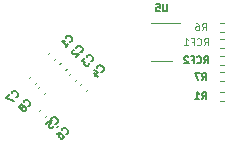
<source format=gbr>
%TF.GenerationSoftware,KiCad,Pcbnew,(5.1.10)-1*%
%TF.CreationDate,2022-11-07T23:21:46+01:00*%
%TF.ProjectId,can2usb,63616e32-7573-4622-9e6b-696361645f70,rev?*%
%TF.SameCoordinates,Original*%
%TF.FileFunction,Legend,Bot*%
%TF.FilePolarity,Positive*%
%FSLAX46Y46*%
G04 Gerber Fmt 4.6, Leading zero omitted, Abs format (unit mm)*
G04 Created by KiCad (PCBNEW (5.1.10)-1) date 2022-11-07 23:21:46*
%MOMM*%
%LPD*%
G01*
G04 APERTURE LIST*
%ADD10C,0.120000*%
%ADD11C,0.150000*%
%ADD12C,0.125000*%
G04 APERTURE END LIST*
D10*
%TO.C,C4*%
X136733349Y-83229534D02*
X136569534Y-83393349D01*
X137242466Y-83738651D02*
X137078651Y-83902466D01*
%TO.C,U5*%
X144410000Y-81366000D02*
X142610000Y-81366000D01*
X142610000Y-78146000D02*
X145060000Y-78146000D01*
%TO.C,RCF2*%
X148757621Y-80900000D02*
X148422379Y-80900000D01*
X148757621Y-81660000D02*
X148422379Y-81660000D01*
%TO.C,RCF1*%
X148757621Y-79439500D02*
X148422379Y-79439500D01*
X148757621Y-80199500D02*
X148422379Y-80199500D01*
%TO.C,R7*%
X148757621Y-82297000D02*
X148422379Y-82297000D01*
X148757621Y-83057000D02*
X148422379Y-83057000D01*
%TO.C,R6*%
X148422379Y-78866000D02*
X148757621Y-78866000D01*
X148422379Y-78106000D02*
X148757621Y-78106000D01*
%TO.C,R1*%
X148757621Y-83948000D02*
X148422379Y-83948000D01*
X148757621Y-84708000D02*
X148422379Y-84708000D01*
%TO.C,C8*%
X133522651Y-84156466D02*
X133686466Y-83992651D01*
X133013534Y-83647349D02*
X133177349Y-83483534D01*
%TO.C,C7*%
X132740368Y-83287749D02*
X132904183Y-83123934D01*
X132231251Y-82778632D02*
X132395066Y-82614817D01*
%TO.C,C6*%
X134518368Y-86970749D02*
X134682183Y-86806934D01*
X134009251Y-86461632D02*
X134173066Y-86297817D01*
%TO.C,C5*%
X133629368Y-86081749D02*
X133793183Y-85917934D01*
X133120251Y-85572632D02*
X133284066Y-85408817D01*
%TO.C,C3*%
X135824066Y-82360817D02*
X135660251Y-82524632D01*
X136333183Y-82869934D02*
X136169368Y-83033749D01*
%TO.C,C2*%
X134935066Y-81471817D02*
X134771251Y-81635632D01*
X135444183Y-81980934D02*
X135280368Y-82144749D01*
%TO.C,C1*%
X134046066Y-80582817D02*
X133882251Y-80746632D01*
X134555183Y-81091934D02*
X134391368Y-81255749D01*
%TO.C,C4*%
D11*
X138398233Y-82249812D02*
X138438639Y-82249812D01*
X138519451Y-82209406D01*
X138559857Y-82169000D01*
X138600264Y-82088187D01*
X138600264Y-82007375D01*
X138580061Y-81946766D01*
X138519451Y-81845751D01*
X138458842Y-81785142D01*
X138357827Y-81724532D01*
X138297218Y-81704329D01*
X138216406Y-81704329D01*
X138135593Y-81744735D01*
X138095187Y-81785142D01*
X138054781Y-81865954D01*
X138054781Y-81906360D01*
X137792142Y-82371030D02*
X138074984Y-82653873D01*
X137731532Y-82108390D02*
X138135593Y-82310421D01*
X137872954Y-82573061D01*
%TO.C,U5*%
X143967142Y-76527428D02*
X143967142Y-77013142D01*
X143938571Y-77070285D01*
X143910000Y-77098857D01*
X143852857Y-77127428D01*
X143738571Y-77127428D01*
X143681428Y-77098857D01*
X143652857Y-77070285D01*
X143624285Y-77013142D01*
X143624285Y-76527428D01*
X143052857Y-76527428D02*
X143338571Y-76527428D01*
X143367142Y-76813142D01*
X143338571Y-76784571D01*
X143281428Y-76756000D01*
X143138571Y-76756000D01*
X143081428Y-76784571D01*
X143052857Y-76813142D01*
X143024285Y-76870285D01*
X143024285Y-77013142D01*
X143052857Y-77070285D01*
X143081428Y-77098857D01*
X143138571Y-77127428D01*
X143281428Y-77127428D01*
X143338571Y-77098857D01*
X143367142Y-77070285D01*
%TO.C,RCF2*%
X147088142Y-81551428D02*
X147288142Y-81265714D01*
X147431000Y-81551428D02*
X147431000Y-80951428D01*
X147202428Y-80951428D01*
X147145285Y-80980000D01*
X147116714Y-81008571D01*
X147088142Y-81065714D01*
X147088142Y-81151428D01*
X147116714Y-81208571D01*
X147145285Y-81237142D01*
X147202428Y-81265714D01*
X147431000Y-81265714D01*
X146488142Y-81494285D02*
X146516714Y-81522857D01*
X146602428Y-81551428D01*
X146659571Y-81551428D01*
X146745285Y-81522857D01*
X146802428Y-81465714D01*
X146831000Y-81408571D01*
X146859571Y-81294285D01*
X146859571Y-81208571D01*
X146831000Y-81094285D01*
X146802428Y-81037142D01*
X146745285Y-80980000D01*
X146659571Y-80951428D01*
X146602428Y-80951428D01*
X146516714Y-80980000D01*
X146488142Y-81008571D01*
X146031000Y-81237142D02*
X146231000Y-81237142D01*
X146231000Y-81551428D02*
X146231000Y-80951428D01*
X145945285Y-80951428D01*
X145745285Y-81008571D02*
X145716714Y-80980000D01*
X145659571Y-80951428D01*
X145516714Y-80951428D01*
X145459571Y-80980000D01*
X145431000Y-81008571D01*
X145402428Y-81065714D01*
X145402428Y-81122857D01*
X145431000Y-81208571D01*
X145773857Y-81551428D01*
X145402428Y-81551428D01*
%TO.C,RCF1*%
D12*
X147088142Y-80027428D02*
X147288142Y-79741714D01*
X147431000Y-80027428D02*
X147431000Y-79427428D01*
X147202428Y-79427428D01*
X147145285Y-79456000D01*
X147116714Y-79484571D01*
X147088142Y-79541714D01*
X147088142Y-79627428D01*
X147116714Y-79684571D01*
X147145285Y-79713142D01*
X147202428Y-79741714D01*
X147431000Y-79741714D01*
X146488142Y-79970285D02*
X146516714Y-79998857D01*
X146602428Y-80027428D01*
X146659571Y-80027428D01*
X146745285Y-79998857D01*
X146802428Y-79941714D01*
X146831000Y-79884571D01*
X146859571Y-79770285D01*
X146859571Y-79684571D01*
X146831000Y-79570285D01*
X146802428Y-79513142D01*
X146745285Y-79456000D01*
X146659571Y-79427428D01*
X146602428Y-79427428D01*
X146516714Y-79456000D01*
X146488142Y-79484571D01*
X146031000Y-79713142D02*
X146231000Y-79713142D01*
X146231000Y-80027428D02*
X146231000Y-79427428D01*
X145945285Y-79427428D01*
X145402428Y-80027428D02*
X145745285Y-80027428D01*
X145573857Y-80027428D02*
X145573857Y-79427428D01*
X145631000Y-79513142D01*
X145688142Y-79570285D01*
X145745285Y-79598857D01*
%TO.C,R7*%
D11*
X146912000Y-82948428D02*
X147112000Y-82662714D01*
X147254857Y-82948428D02*
X147254857Y-82348428D01*
X147026285Y-82348428D01*
X146969142Y-82377000D01*
X146940571Y-82405571D01*
X146912000Y-82462714D01*
X146912000Y-82548428D01*
X146940571Y-82605571D01*
X146969142Y-82634142D01*
X147026285Y-82662714D01*
X147254857Y-82662714D01*
X146712000Y-82348428D02*
X146312000Y-82348428D01*
X146569142Y-82948428D01*
%TO.C,R6*%
D12*
X146912000Y-78757428D02*
X147112000Y-78471714D01*
X147254857Y-78757428D02*
X147254857Y-78157428D01*
X147026285Y-78157428D01*
X146969142Y-78186000D01*
X146940571Y-78214571D01*
X146912000Y-78271714D01*
X146912000Y-78357428D01*
X146940571Y-78414571D01*
X146969142Y-78443142D01*
X147026285Y-78471714D01*
X147254857Y-78471714D01*
X146397714Y-78157428D02*
X146512000Y-78157428D01*
X146569142Y-78186000D01*
X146597714Y-78214571D01*
X146654857Y-78300285D01*
X146683428Y-78414571D01*
X146683428Y-78643142D01*
X146654857Y-78700285D01*
X146626285Y-78728857D01*
X146569142Y-78757428D01*
X146454857Y-78757428D01*
X146397714Y-78728857D01*
X146369142Y-78700285D01*
X146340571Y-78643142D01*
X146340571Y-78500285D01*
X146369142Y-78443142D01*
X146397714Y-78414571D01*
X146454857Y-78386000D01*
X146569142Y-78386000D01*
X146626285Y-78414571D01*
X146654857Y-78443142D01*
X146683428Y-78500285D01*
%TO.C,R1*%
D11*
X146912000Y-84599428D02*
X147112000Y-84313714D01*
X147254857Y-84599428D02*
X147254857Y-83999428D01*
X147026285Y-83999428D01*
X146969142Y-84028000D01*
X146940571Y-84056571D01*
X146912000Y-84113714D01*
X146912000Y-84199428D01*
X146940571Y-84256571D01*
X146969142Y-84285142D01*
X147026285Y-84313714D01*
X147254857Y-84313714D01*
X146340571Y-84599428D02*
X146683428Y-84599428D01*
X146512000Y-84599428D02*
X146512000Y-83999428D01*
X146569142Y-84085142D01*
X146626285Y-84142285D01*
X146683428Y-84170857D01*
%TO.C,C8*%
X132175233Y-85170812D02*
X132215639Y-85170812D01*
X132296451Y-85130406D01*
X132336857Y-85090000D01*
X132377264Y-85009187D01*
X132377264Y-84928375D01*
X132357061Y-84867766D01*
X132296451Y-84766751D01*
X132235842Y-84706142D01*
X132134827Y-84645532D01*
X132074218Y-84625329D01*
X131993406Y-84625329D01*
X131912593Y-84665735D01*
X131872187Y-84706142D01*
X131831781Y-84786954D01*
X131831781Y-84827360D01*
X131730766Y-85211218D02*
X131750969Y-85150609D01*
X131750969Y-85110203D01*
X131730766Y-85049593D01*
X131710563Y-85029390D01*
X131649954Y-85009187D01*
X131609548Y-85009187D01*
X131548938Y-85029390D01*
X131468126Y-85110203D01*
X131447923Y-85170812D01*
X131447923Y-85211218D01*
X131468126Y-85271827D01*
X131488329Y-85292030D01*
X131548938Y-85312233D01*
X131589345Y-85312233D01*
X131649954Y-85292030D01*
X131730766Y-85211218D01*
X131791375Y-85191015D01*
X131831781Y-85191015D01*
X131892390Y-85211218D01*
X131973203Y-85292030D01*
X131993406Y-85352639D01*
X131993406Y-85393045D01*
X131973203Y-85453654D01*
X131892390Y-85534467D01*
X131831781Y-85554670D01*
X131791375Y-85554670D01*
X131730766Y-85534467D01*
X131649954Y-85453654D01*
X131629751Y-85393045D01*
X131629751Y-85352639D01*
X131649954Y-85292030D01*
%TO.C,C7*%
X131159233Y-84408812D02*
X131199639Y-84408812D01*
X131280451Y-84368406D01*
X131320857Y-84328000D01*
X131361264Y-84247187D01*
X131361264Y-84166375D01*
X131341061Y-84105766D01*
X131280451Y-84004751D01*
X131219842Y-83944142D01*
X131118827Y-83883532D01*
X131058218Y-83863329D01*
X130977406Y-83863329D01*
X130896593Y-83903735D01*
X130856187Y-83944142D01*
X130815781Y-84024954D01*
X130815781Y-84065360D01*
X130633954Y-84166375D02*
X130351111Y-84449218D01*
X130957203Y-84691654D01*
%TO.C,C6*%
X135388194Y-87535339D02*
X135428600Y-87535339D01*
X135509412Y-87494933D01*
X135549818Y-87454527D01*
X135590225Y-87373714D01*
X135590225Y-87292902D01*
X135570022Y-87232293D01*
X135509412Y-87131278D01*
X135448803Y-87070669D01*
X135347788Y-87010059D01*
X135287179Y-86989856D01*
X135206367Y-86989856D01*
X135125554Y-87030262D01*
X135085148Y-87070669D01*
X135044742Y-87151481D01*
X135044742Y-87191887D01*
X134640681Y-87515136D02*
X134721493Y-87434323D01*
X134782103Y-87414120D01*
X134822509Y-87414120D01*
X134923524Y-87434323D01*
X135024539Y-87494933D01*
X135186164Y-87656557D01*
X135206367Y-87717166D01*
X135206367Y-87757572D01*
X135186164Y-87818181D01*
X135105351Y-87898994D01*
X135044742Y-87919197D01*
X135004336Y-87919197D01*
X134943727Y-87898994D01*
X134842712Y-87797978D01*
X134822509Y-87737369D01*
X134822509Y-87696963D01*
X134842712Y-87636354D01*
X134923524Y-87555542D01*
X134984133Y-87535339D01*
X135024539Y-87535339D01*
X135085148Y-87555542D01*
%TO.C,C5*%
X134499194Y-86646339D02*
X134539600Y-86646339D01*
X134620412Y-86605933D01*
X134660818Y-86565527D01*
X134701225Y-86484714D01*
X134701225Y-86403902D01*
X134681022Y-86343293D01*
X134620412Y-86242278D01*
X134559803Y-86181669D01*
X134458788Y-86121059D01*
X134398179Y-86100856D01*
X134317367Y-86100856D01*
X134236554Y-86141262D01*
X134196148Y-86181669D01*
X134155742Y-86262481D01*
X134155742Y-86302887D01*
X133731478Y-86646339D02*
X133933509Y-86444308D01*
X134155742Y-86626136D01*
X134115336Y-86626136D01*
X134054727Y-86646339D01*
X133953712Y-86747354D01*
X133933509Y-86807963D01*
X133933509Y-86848369D01*
X133953712Y-86908978D01*
X134054727Y-87009994D01*
X134115336Y-87030197D01*
X134155742Y-87030197D01*
X134216351Y-87009994D01*
X134317367Y-86908978D01*
X134337570Y-86848369D01*
X134337570Y-86807963D01*
%TO.C,C3*%
X137509232Y-81360812D02*
X137549638Y-81360812D01*
X137630450Y-81320406D01*
X137670856Y-81280000D01*
X137711263Y-81199187D01*
X137711263Y-81118375D01*
X137691060Y-81057766D01*
X137630450Y-80956751D01*
X137569841Y-80896142D01*
X137468826Y-80835532D01*
X137408217Y-80815329D01*
X137327405Y-80815329D01*
X137246592Y-80855735D01*
X137206186Y-80896142D01*
X137165780Y-80976954D01*
X137165780Y-81017360D01*
X136983953Y-81118375D02*
X136721313Y-81381015D01*
X137024359Y-81401218D01*
X136963750Y-81461827D01*
X136943547Y-81522436D01*
X136943547Y-81562842D01*
X136963750Y-81623451D01*
X137064765Y-81724467D01*
X137125374Y-81744670D01*
X137165780Y-81744670D01*
X137226389Y-81724467D01*
X137347608Y-81603248D01*
X137367811Y-81542639D01*
X137367811Y-81502233D01*
%TO.C,C2*%
X136620233Y-80598812D02*
X136660639Y-80598812D01*
X136741451Y-80558406D01*
X136781857Y-80518000D01*
X136822264Y-80437187D01*
X136822264Y-80356375D01*
X136802061Y-80295766D01*
X136741451Y-80194751D01*
X136680842Y-80134142D01*
X136579827Y-80073532D01*
X136519218Y-80053329D01*
X136438406Y-80053329D01*
X136357593Y-80093735D01*
X136317187Y-80134142D01*
X136276781Y-80214954D01*
X136276781Y-80255360D01*
X136115157Y-80416984D02*
X136074751Y-80416984D01*
X136014142Y-80437187D01*
X135913126Y-80538203D01*
X135892923Y-80598812D01*
X135892923Y-80639218D01*
X135913126Y-80699827D01*
X135953532Y-80740233D01*
X136034345Y-80780639D01*
X136519218Y-80780639D01*
X136256578Y-81043279D01*
%TO.C,C1*%
X135731232Y-79730095D02*
X135771638Y-79730095D01*
X135852450Y-79689689D01*
X135892856Y-79649283D01*
X135933263Y-79568470D01*
X135933263Y-79487658D01*
X135913060Y-79427049D01*
X135852450Y-79326034D01*
X135791841Y-79265425D01*
X135690826Y-79204815D01*
X135630217Y-79184612D01*
X135549405Y-79184612D01*
X135468592Y-79225018D01*
X135428186Y-79265425D01*
X135387780Y-79346237D01*
X135387780Y-79386643D01*
X135367577Y-80174562D02*
X135610014Y-79932125D01*
X135488795Y-80053344D02*
X135064531Y-79629079D01*
X135165547Y-79649283D01*
X135246359Y-79649283D01*
X135306968Y-79629079D01*
%TD*%
M02*

</source>
